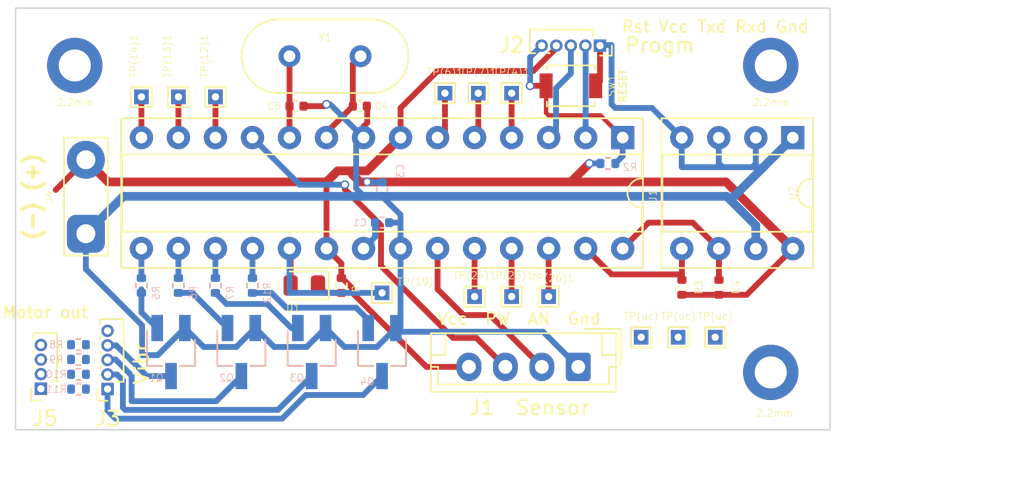
<source format=kicad_pcb>
(kicad_pcb (version 20211014) (generator pcbnew)
  (title_block (date "sam. 04 avril 2015"))
  (layers (0 "F.Cu" signal) (31 "B.Cu" signal) (34 "B.Paste" user) (35 "F.Paste" user) (36 "B.SilkS" user "B.Silkscreen") (37 "F.SilkS" user "F.Silkscreen") (38 "B.Mask" user) (39 "F.Mask" user) (44 "Edge.Cuts" user))
  (net 0 "")
  (net 1 "GND")
  (net 2 "VCC")
  (net 3 "RESET")
  (net 4 "RXD")
  (net 5 "Net-(C4-Pad1)")
  (net 6 "Net-(C5-Pad1)")
  (net 7 "Net-(D1-Pad1)")
  (net 8 "Net-(C1-Pad1)")
  (net 9 "SDA")
  (net 10 "SCL")
  (net 11 "Net-(D1-Pad2)")
  (net 12 "PW")
  (net 13 "AN")
  (net 14 "TXD")
  (net 15 "PWM1")
  (net 16 "Net-(Q1-Pad1)")
  (net 17 "PWM2")
  (net 18 "Net-(Q2-Pad1)")
  (net 19 "PWM0")
  (net 20 "Net-(Q3-Pad1)")
  (net 21 "M3")
  (net 22 "M2")
  (net 23 "M1")
  (net 24 "Net-(Q4-Pad1)")
  (net 25 "M0")
  (net 26 "PWM3")
  (net 27 "Net-(TP(4)1-Pad1)")
  (net 28 "Net-(TP(6)1-Pad1)")
  (net 29 "Net-(TP(7)1-Pad1)")
  (net 30 "Net-(TP(24)1-Pad1)")
  (net 31 "Net-(TP(25)1-Pad1)")
  (net 32 "Net-(TP(26)1-Pad1)")
  (net 33 "Net-(TP(12)1-Pad1)")
  (net 34 "Net-(TP(13)1-Pad1)")
  (net 35 "Net-(TP(14)1-Pad1)")
  (net 36 "Mt3+")
  (net 37 "Mt2+")
  (net 38 "Mt1+")
  (net 39 "Mt0+")
  (footprint "TestPoint:TestPoint_THTPad_1.0x1.0mm_Drill0.5mm" (layer "F.Cu") (at 113.97 106.096)
    (fp_text reference "TP(14)1" (at -0.508 -2.794 90) (layer "F.SilkS") (effects (font (size 0.5 0.5) (thickness 0.05))))
    (fp_text value "TP")
    (pad "1" thru_hole rect (at 0 0) (size 1 1) (drill 0.5) (layers *.Cu *.Mask) (net 35 "Net-(TP(14)1-Pad1)"))
  )
  (footprint "Capacitor_SMD:C_0402_1005Metric" (layer "F.Cu") (at 128.956 106.731)
    (fp_text reference "C4" (at 1.496 0) (layer "F.SilkS") (effects (font (size 0.5 0.5) (thickness 0.05))))
    (fp_text value "22pf")
    (pad "1" smd roundrect (at -0.48 0) (size 0.56 0.62) (layers "F.Cu" "F.Paste" "F.Mask") (net 5 "Net-(C4-Pad1)"))
    (pad "2" smd roundrect (at 0.48 0) (size 0.56 0.62) (layers "F.Cu" "F.Paste" "F.Mask") (net 1 "GND"))
  )
  (footprint "MountingHole:MountingHole_2.2mm_M2_DIN965_Pad" (layer "F.Cu") (at 157.15 125.019)
    (fp_text reference "2.2mm" (at 0.254 2.794) (layer "F.SilkS") (effects (font (size 0.5 0.5) (thickness 0.05))))
    (fp_text value "2.2")
    (pad "1" thru_hole circle (at 0 0) (size 3.8 3.8) (drill 2.2) (layers *.Cu *.Mask))
  )
  (footprint "Resistor_SMD:R_0402_1005Metric" (layer "F.Cu") (at 151.054 119.177 -90)
    (fp_text reference "R3" (at 0 -1.17 90) (layer "F.SilkS") (effects (font (size 0.5 0.5) (thickness 0.05))))
    (fp_text value "4.7k")
    (pad "1" smd roundrect (at -0.51 0 270) (size 0.54 0.64) (layers "F.Cu" "F.Paste" "F.Mask") (net 9 "SDA"))
    (pad "2" smd roundrect (at 0.51 0 270) (size 0.54 0.64) (layers "F.Cu" "F.Paste" "F.Mask") (net 2 "VCC"))
  )
  (footprint "TestPoint:TestPoint_THTPad_1.0x1.0mm_Drill0.5mm" (layer "F.Cu") (at 134.798 105.842)
    (fp_text reference "TP(6)1" (at 0 -1.448) (layer "F.SilkS") (effects (font (size 0.5 0.5) (thickness 0.05))))
    (fp_text value "TP")
    (pad "1" thru_hole rect (at 0 0) (size 1 1) (drill 0.5) (layers *.Cu *.Mask) (net 28 "Net-(TP(6)1-Pad1)"))
  )
  (footprint "TestPoint:TestPoint_THTPad_1.0x1.0mm_Drill0.5mm" (layer "F.Cu") (at 141.91 119.812)
    (fp_text reference "TP(26)1" (at 0.254 -1.27) (layer "F.SilkS") (effects (font (size 0.5 0.5) (thickness 0.05))))
    (fp_text value "TP")
    (pad "1" thru_hole rect (at 0 0) (size 1 1) (drill 0.5) (layers *.Cu *.Mask) (net 32 "Net-(TP(26)1-Pad1)"))
  )
  (footprint "Connector_PinSocket_1.00mm:PinSocket_1x04_P1.00mm_Vertical" (layer "F.Cu") (at 107.076 126.138 180)
    (fp_text reference "J5" (at -0.29 -2.027 180) (layer "F.SilkS"))
    (fp_text value "Motor out" (at -0.29 5.25 180) (layer "F.SilkS") (effects (font (size 0.8 0.8))))
    (pad "1" thru_hole rect (at 0 0 180) (size 0.85 0.85) (drill 0.5) (layers *.Cu *.Mask) (net 36 "Mt3+"))
    (pad "2" thru_hole oval (at 0 1 180) (size 0.85 0.85) (drill 0.5) (layers *.Cu *.Mask) (net 37 "Mt2+"))
    (pad "3" thru_hole oval (at 0 2 180) (size 0.85 0.85) (drill 0.5) (layers *.Cu *.Mask) (net 38 "Mt1+"))
    (pad "4" thru_hole oval (at 0 3 180) (size 0.85 0.85) (drill 0.5) (layers *.Cu *.Mask) (net 39 "Mt0+"))
  )
  (footprint "Package_DIP:DIP-8_W7.62mm_Socket" (layer "F.Cu") (at 158.664 108.9 -90)
    (fp_text reference "U2" (at 3.81 -0.01 90) (layer "F.SilkS") (effects (font (size 0.5 0.5) (thickness 0.05))))
    (fp_text value "24LC512")
    (pad "1" thru_hole rect (at 0 0 270) (size 1.6 1.6) (drill 0.8) (layers *.Cu *.Mask) (net 1 "GND"))
    (pad "2" thru_hole oval (at 0 2.54 270) (size 1.6 1.6) (drill 0.8) (layers *.Cu *.Mask) (net 1 "GND"))
    (pad "3" thru_hole oval (at 0 5.08 270) (size 1.6 1.6) (drill 0.8) (layers *.Cu *.Mask) (net 1 "GND"))
    (pad "4" thru_hole oval (at 0 7.62 270) (size 1.6 1.6) (drill 0.8) (layers *.Cu *.Mask) (net 1 "GND"))
    (pad "5" thru_hole oval (at 7.62 7.62 270) (size 1.6 1.6) (drill 0.8) (layers *.Cu *.Mask) (net 9 "SDA"))
    (pad "6" thru_hole oval (at 7.62 5.08 270) (size 1.6 1.6) (drill 0.8) (layers *.Cu *.Mask) (net 10 "SCL"))
    (pad "7" thru_hole oval (at 7.62 2.54 270) (size 1.6 1.6) (drill 0.8) (layers *.Cu *.Mask) (net 1 "GND"))
    (pad "8" thru_hole oval (at 7.62 0 270) (size 1.6 1.6) (drill 0.8) (layers *.Cu *.Mask) (net 2 "VCC"))
  )
  (footprint "Capacitor_SMD:C_0402_1005Metric" (layer "F.Cu") (at 124.61 106.731)
    (fp_text reference "C5" (at -1.524 0) (layer "F.SilkS") (effects (font (size 0.5 0.5) (thickness 0.05))))
    (fp_text value "22pf")
    (pad "1" smd roundrect (at -0.48 0) (size 0.56 0.62) (layers "F.Cu" "F.Paste" "F.Mask") (net 6 "Net-(C5-Pad1)"))
    (pad "2" smd roundrect (at 0.48 0) (size 0.56 0.62) (layers "F.Cu" "F.Paste" "F.Mask") (net 1 "GND"))
  )
  (footprint "MountingHole:MountingHole_2.2mm_M2_DIN965_Pad" (layer "F.Cu") (at 157.15 103.937)
    (fp_text reference "2.2mm" (at 0 2.54) (layer "F.SilkS") (effects (font (size 0.5 0.5) (thickness 0.05))))
    (fp_text value "2.2")
    (pad "1" thru_hole circle (at 0 0) (size 3.8 3.8) (drill 2.2) (layers *.Cu *.Mask))
  )
  (footprint "Connector_PinSocket_1.00mm:PinSocket_1x05_P1.00mm_Vertical" (layer "F.Cu") (at 111.648 126.162 180)
    (fp_text reference "J3" (at -0.036 -2.032) (layer "F.SilkS"))
    (fp_text value "Vibr" (at -2.322 1.746 90) (layer "F.SilkS"))
    (pad "1" thru_hole rect (at 0 0 180) (size 0.85 0.85) (drill 0.5) (layers *.Cu *.Mask) (net 21 "M3"))
    (pad "2" thru_hole oval (at 0 1 180) (size 0.85 0.85) (drill 0.5) (layers *.Cu *.Mask) (net 22 "M2"))
    (pad "3" thru_hole oval (at 0 2 180) (size 0.85 0.85) (drill 0.5) (layers *.Cu *.Mask) (net 23 "M1"))
    (pad "4" thru_hole oval (at 0 3 180) (size 0.85 0.85) (drill 0.5) (layers *.Cu *.Mask) (net 25 "M0"))
    (pad "5" thru_hole oval (at 0 4 180) (size 0.85 0.85) (drill 0.5) (layers *.Cu *.Mask) (net 2 "VCC"))
  )
  (footprint "TestPoint:TestPoint_THTPad_1.0x1.0mm_Drill0.5mm" (layer "F.Cu") (at 148.26 122.606)
    (fp_text reference "TP(uc)" (at 0 -1.448) (layer "F.SilkS") (effects (font (size 0.5 0.5) (thickness 0.05))))
    (fp_text value "TP")
    (pad "1" thru_hole rect (at 0 0) (size 1 1) (drill 0.5) (layers *.Cu *.Mask))
  )
  (footprint "Connector_JST:JST_EH_B4B-EH-A_1x04_P2.50mm_Vertical" (layer "F.Cu") (at 143.942 124.638 180)
    (fp_text reference "J1" (at 6.604 -2.794 180) (layer "F.SilkS"))
    (fp_text value "Sensor" (at 1.778 -2.794 180) (layer "F.SilkS"))
    (pad "1" thru_hole roundrect (at 0 0 180) (size 1.7 1.95) (drill 0.95) (layers *.Cu *.Mask) (roundrect_rratio 0.1470588235) (net 1 "GND"))
    (pad "2" thru_hole oval (at 2.5 0 180) (size 1.7 1.95) (drill 0.95) (layers *.Cu *.Mask) (net 13 "AN"))
    (pad "3" thru_hole oval (at 5 0 180) (size 1.7 1.95) (drill 0.95) (layers *.Cu *.Mask) (net 12 "PW"))
    (pad "4" thru_hole oval (at 7.5 0 180) (size 1.7 1.95) (drill 0.95) (layers *.Cu *.Mask) (net 2 "VCC"))
  )
  (footprint "Resistor_SMD:R_0402_1005Metric" (layer "F.Cu") (at 127.686 119.05 -90)
    (fp_text reference "R1" (at 0 -1.016 90) (layer "F.SilkS") (effects (font (size 0.5 0.5) (thickness 0.05))))
    (fp_text value "50")
    (pad "1" smd roundrect (at -0.51 0 270) (size 0.54 0.64) (layers "F.Cu" "F.Paste" "F.Mask") (net 2 "VCC"))
    (pad "2" smd roundrect (at 0.51 0 270) (size 0.54 0.64) (layers "F.Cu" "F.Paste" "F.Mask") (net 7 "Net-(D1-Pad1)"))
  )
  (footprint "TestPoint:TestPoint_THTPad_1.0x1.0mm_Drill0.5mm" (layer "F.Cu") (at 150.8 122.606)
    (fp_text reference "TP(uc)" (at 0 -1.448) (layer "F.SilkS") (effects (font (size 0.5 0.5) (thickness 0.05))))
    (fp_text value "TP")
    (pad "1" thru_hole rect (at 0 0) (size 1 1) (drill 0.5) (layers *.Cu *.Mask))
  )
  (footprint "TestPoint:TestPoint_THTPad_1.0x1.0mm_Drill0.5mm" (layer "F.Cu") (at 119.05 106.096 180)
    (fp_text reference "TP(12)1" (at 0.762 2.794 90) (layer "F.SilkS") (effects (font (size 0.5 0.5) (thickness 0.05))))
    (fp_text value "TP")
    (pad "1" thru_hole rect (at 0 0 180) (size 1 1) (drill 0.5) (layers *.Cu *.Mask) (net 33 "Net-(TP(12)1-Pad1)"))
  )
  (footprint "TestPoint:TestPoint_THTPad_1.0x1.0mm_Drill0.5mm" (layer "F.Cu") (at 130.48 119.558)
    (fp_text reference "TP(19)" (at 2.286 -0.762) (layer "F.SilkS") (effects (font (size 0.5 0.5) (thickness 0.05))))
    (fp_text value "TP")
    (pad "1" thru_hole rect (at 0 0) (size 1 1) (drill 0.5) (layers *.Cu *.Mask) (net 11 "Net-(D1-Pad2)"))
  )
  (footprint "Button_Switch_SMD:SW_SPST_B3U-1000P-B" (layer "F.Cu") (at 143.434 105.334)
    (fp_text reference "SW1" (at 2.794 0 90) (layer "F.SilkS") (effects (font (size 0.5 0.5) (thickness 0.05))))
    (fp_text value "RESET" (at 3.556 0 270) (layer "F.SilkS") (effects (font (size 0.5 0.5) (thickness 0.1))))
    (pad "" np_thru_hole circle (at 0 0) (size 0.8 0.8) (drill 0.8) (layers *.Cu *.Mask))
    (pad "1" smd rect (at -1.7 0) (size 0.9 1.7) (layers "F.Cu" "F.Paste" "F.Mask") (net 3 "RESET"))
    (pad "2" smd rect (at 1.7 0) (size 0.9 1.7) (layers "F.Cu" "F.Paste" "F.Mask") (net 1 "GND"))
  )
  (footprint "TestPoint:TestPoint_THTPad_1.0x1.0mm_Drill0.5mm" (layer "F.Cu") (at 139.37 105.842)
    (fp_text reference "TP(4)1" (at 0 -1.448) (layer "F.SilkS") (effects (font (size 0.5 0.5) (thickness 0.05))))
    (fp_text value "TP")
    (pad "1" thru_hole rect (at 0 0) (size 1 1) (drill 0.5) (layers *.Cu *.Mask) (net 27 "Net-(TP(4)1-Pad1)"))
  )
  (footprint "TestPoint:TestPoint_THTPad_1.0x1.0mm_Drill0.5mm" (layer "F.Cu") (at 136.83 119.812)
    (fp_text reference "TP(24)1" (at 0 -1.448) (layer "F.SilkS") (effects (font (size 0.5 0.5) (thickness 0.05))))
    (fp_text value "TP")
    (pad "1" thru_hole rect (at 0 0) (size 1 1) (drill 0.5) (layers *.Cu *.Mask) (net 30 "Net-(TP(24)1-Pad1)"))
  )
  (footprint "TestPoint:TestPoint_THTPad_1.0x1.0mm_Drill0.5mm" (layer "F.Cu") (at 139.37 119.812)
    (fp_text reference "TP(25)1" (at 0 -1.448) (layer "F.SilkS") (effects (font (size 0.5 0.5) (thickness 0.05))))
    (fp_text value "TP")
    (pad "1" thru_hole rect (at 0 0) (size 1 1) (drill 0.5) (layers *.Cu *.Mask) (net 31 "Net-(TP(25)1-Pad1)"))
  )
  (footprint "TestPoint:TestPoint_THTPad_1.0x1.0mm_Drill0.5mm" (layer "F.Cu") (at 153.34 122.606)
    (fp_text reference "TP(uc)" (at 0 -1.448) (layer "F.SilkS") (effects (font (size 0.5 0.5) (thickness 0.05))))
    (fp_text value "TP")
    (pad "1" thru_hole rect (at 0 0) (size 1 1) (drill 0.5) (layers *.Cu *.Mask))
  )
  (footprint "Crystal:Crystal_HC49-4H_Vertical" (layer "F.Cu") (at 124.13 103.302)
    (fp_text reference "Y1" (at 2.44 -1.27) (layer "F.SilkS") (effects (font (size 0.5 0.5) (thickness 0.05))))
    (fp_text value "Crystal")
    (pad "1" thru_hole circle (at 0 0) (size 1.5 1.5) (drill 0.8) (layers *.Cu *.Mask) (net 6 "Net-(C5-Pad1)"))
    (pad "2" thru_hole circle (at 4.88 0) (size 1.5 1.5) (drill 0.8) (layers *.Cu *.Mask) (net 5 "Net-(C4-Pad1)"))
  )
  (footprint "TestPoint:TestPoint_2Pads_Pitch5.08mm_Drill1.3mm" (layer "F.Cu") (at 110.16 115.494 90)
    (fp_text reference "J4" (at 2.54 -2.5 90) (layer "F.SilkS") (effects (font (size 0.5 0.5) (thickness 0.05))))
    (fp_text value "Pow")
    (pad "1" thru_hole roundrect (at 0 0 90) (size 2.6 2.6) (drill 1.3) (layers *.Cu *.Mask) (net 1 "GND"))
    (pad "2" thru_hole circle (at 5.08 0 90) (size 2.6 2.6) (drill 1.3) (layers *.Cu *.Mask) (net 2 "VCC"))
  )
  (footprint "TestPoint:TestPoint_THTPad_1.0x1.0mm_Drill0.5mm" (layer "F.Cu") (at 137.084 105.842)
    (fp_text reference "TP(7)1" (at 0 -1.448) (layer "F.SilkS") (effects (font (size 0.5 0.5) (thickness 0.05))))
    (fp_text value "TP")
    (pad "1" thru_hole rect (at 0 0) (size 1 1) (drill 0.5) (layers *.Cu *.Mask) (net 29 "Net-(TP(7)1-Pad1)"))
  )
  (footprint "MountingHole:MountingHole_2.2mm_M2_DIN965_Pad" (layer "F.Cu") (at 109.398 103.937)
    (fp_text reference "2.2mm" (at 0 2.54) (layer "F.SilkS") (effects (font (size 0.5 0.5) (thickness 0.05))))
    (fp_text value "2.2")
    (pad "1" thru_hole circle (at 0 0) (size 3.8 3.8) (drill 2.2) (layers *.Cu *.Mask))
  )
  (footprint "LED_SMD:LED_0805_2012Metric" (layer "F.Cu") (at 125.146 119.05 180)
    (fp_text reference "D1" (at 0.762 -1.524) (layer "F.SilkS") (effects (font (size 0.5 0.5) (thickness 0.05))))
    (fp_text value "LED")
    (pad "1" smd roundrect (at -0.9375 0 180) (size 0.975 1.4) (layers "F.Cu" "F.Paste" "F.Mask") (net 7 "Net-(D1-Pad1)"))
    (pad "2" smd roundrect (at 0.9375 0 180) (size 0.975 1.4) (layers "F.Cu" "F.Paste" "F.Mask") (net 11 "Net-(D1-Pad2)"))
  )
  (footprint "Resistor_SMD:R_0402_1005Metric" (layer "F.Cu") (at 153.594 119.177 -90)
    (fp_text reference "R4" (at 0 -1.17 90) (layer "F.SilkS") (effects (font (size 0.5 0.5) (thickness 0.05))))
    (fp_text value "4.7k")
    (pad "1" smd roundrect (at -0.51 0 270) (size 0.54 0.64) (layers "F.Cu" "F.Paste" "F.Mask") (net 10 "SCL"))
    (pad "2" smd roundrect (at 0.51 0 270) (size 0.54 0.64) (layers "F.Cu" "F.Paste" "F.Mask") (net 2 "VCC"))
  )
  (footprint "Connector_PinSocket_1.00mm:PinSocket_1x05_P1.00mm_Vertical" (layer "F.Cu") (at 145.434 102.576 -90)
    (fp_text reference "J2" (at -0.036 6.064 180) (layer "F.SilkS"))
    (fp_text value "Progm" (at -0.036 -4.096 180) (layer "F.SilkS"))
    (pad "1" thru_hole rect (at 0 0 270) (size 0.85 0.85) (drill 0.5) (layers *.Cu *.Mask) (net 1 "GND"))
    (pad "2" thru_hole oval (at 0 1 270) (size 0.85 0.85) (drill 0.5) (layers *.Cu *.Mask) (net 4 "RXD"))
    (pad "3" thru_hole oval (at 0 2 270) (size 0.85 0.85) (drill 0.5) (layers *.Cu *.Mask) (net 14 "TXD"))
    (pad "4" thru_hole oval (at 0 3 270) (size 0.85 0.85) (drill 0.5) (layers *.Cu *.Mask) (net 2 "VCC"))
    (pad "5" thru_hole oval (at 0 4 270) (size 0.85 0.85) (drill 0.5) (layers *.Cu *.Mask) (net 3 "RESET"))
  )
  (footprint "Package_DIP:DIP-28_W7.62mm_Socket" (layer "F.Cu") (at 146.99 108.89 -90)
    (fp_text reference "U1" (at 4.064 -2.076 -90) (layer "F.SilkS") (effects (font (size 0.5 0.5) (thickness 0.05))))
    (fp_text value "ATmega328-P")
    (pad "1" thru_hole rect (at 0 0 270) (size 1.6 1.6) (drill 0.8) (layers *.Cu *.Mask) (net 3 "RESET"))
    (pad "2" thru_hole oval (at 0 2.54 270) (size 1.6 1.6) (drill 0.8) (layers *.Cu *.Mask) (net 4 "RXD"))
    (pad "3" thru_hole oval (at 0 5.08 270) (size 1.6 1.6) (drill 0.8) (layers *.Cu *.Mask) (net 14 "TXD"))
    (pad "4" thru_hole oval (at 0 7.62 270) (size 1.6 1.6) (drill 0.8) (layers *.Cu *.Mask) (net 27 "Net-(TP(4)1-Pad1)"))
    (pad "5" thru_hole oval (at 0 10.16 270) (size 1.6 1.6) (drill 0.8) (layers *.Cu *.Mask) (net 29 "Net-(TP(7)1-Pad1)"))
    (pad "6" thru_hole oval (at 0 12.7 270) (size 1.6 1.6) (drill 0.8) (layers *.Cu *.Mask) (net 28 "Net-(TP(6)1-Pad1)"))
    (pad "7" thru_hole oval (at 0 15.24 270) (size 1.6 1.6) (drill 0.8) (layers *.Cu *.Mask) (net 2 "VCC"))
    (pad "8" thru_hole oval (at 0 17.78 270) (size 1.6 1.6) (drill 0.8) (layers *.Cu *.Mask) (net 1 "GND"))
    (pad "9" thru_hole oval (at 0 20.32 270) (size 1.6 1.6) (drill 0.8) (layers *.Cu *.Mask) (net 5 "Net-(C4-Pad1)"))
    (pad "10" thru_hole oval (at 0 22.86 270) (size 1.6 1.6) (drill 0.8) (layers *.Cu *.Mask) (net 6 "Net-(C5-Pad1)"))
    (pad "11" thru_hole oval (at 0 25.4 270) (size 1.6 1.6) (drill 0.8) (layers *.Cu *.Mask) (net 12 "PW"))
    (pad "12" thru_hole oval (at 0 27.94 270) (size 1.6 1.6) (drill 0.8) (layers *.Cu *.Mask) (net 33 "Net-(TP(12)1-Pad1)"))
    (pad "13" thru_hole oval (at 0 30.48 270) (size 1.6 1.6) (drill 0.8) (layers *.Cu *.Mask) (net 34 "Net-(TP(13)1-Pad1)"))
    (pad "14" thru_hole oval (at 0 33.02 270) (size 1.6 1.6) (drill 0.8) (layers *.Cu *.Mask) (net 35 "Net-(TP(14)1-Pad1)"))
    (pad "15" thru_hole oval (at 7.62 33.02 270) (size 1.6 1.6) (drill 0.8) (layers *.Cu *.Mask) (net 19 "PWM0"))
    (pad "16" thru_hole oval (at 7.62 30.48 270) (size 1.6 1.6) (drill 0.8) (layers *.Cu *.Mask) (net 15 "PWM1"))
    (pad "17" thru_hole oval (at 7.62 27.94 270) (size 1.6 1.6) (drill 0.8) (layers *.Cu *.Mask) (net 17 "PWM2"))
    (pad "18" thru_hole oval (at 7.62 25.4 270) (size 1.6 1.6) (drill 0.8) (layers *.Cu *.Mask) (net 26 "PWM3"))
    (pad "19" thru_hole oval (at 7.62 22.86 270) (size 1.6 1.6) (drill 0.8) (layers *.Cu *.Mask) (net 11 "Net-(D1-Pad2)"))
    (pad "20" thru_hole oval (at 7.62 20.32 270) (size 1.6 1.6) (drill 0.8) (layers *.Cu *.Mask) (net 2 "VCC"))
    (pad "21" thru_hole oval (at 7.62 17.78 270) (size 1.6 1.6) (drill 0.8) (layers *.Cu *.Mask) (net 8 "Net-(C1-Pad1)"))
    (pad "22" thru_hole oval (at 7.62 15.24 270) (size 1.6 1.6) (drill 0.8) (layers *.Cu *.Mask) (net 1 "GND"))
    (pad "23" thru_hole oval (at 7.62 12.7 270) (size 1.6 1.6) (drill 0.8) (layers *.Cu *.Mask) (net 13 "AN"))
    (pad "24" thru_hole oval (at 7.62 10.16 270) (size 1.6 1.6) (drill 0.8) (layers *.Cu *.Mask) (net 30 "Net-(TP(24)1-Pad1)"))
    (pad "25" thru_hole oval (at 7.62 7.62 270) (size 1.6 1.6) (drill 0.8) (layers *.Cu *.Mask) (net 31 "Net-(TP(25)1-Pad1)"))
    (pad "26" thru_hole oval (at 7.62 5.08 270) (size 1.6 1.6) (drill 0.8) (layers *.Cu *.Mask) (net 32 "Net-(TP(26)1-Pad1)"))
    (pad "27" thru_hole oval (at 7.62 2.54 270) (size 1.6 1.6) (drill 0.8) (layers *.Cu *.Mask) (net 9 "SDA"))
    (pad "28" thru_hole oval (at 7.62 0 270) (size 1.6 1.6) (drill 0.8) (layers *.Cu *.Mask) (net 10 "SCL"))
  )
  (footprint "TestPoint:TestPoint_THTPad_1.0x1.0mm_Drill0.5mm" (layer "F.Cu") (at 116.51 106.096)
    (fp_text reference "TP(13)1" (at -0.762 -2.794 90) (layer "F.SilkS") (effects (font (size 0.5 0.5) (thickness 0.05))))
    (fp_text value "TP")
    (pad "1" thru_hole rect (at 0 0) (size 1 1) (drill 0.5) (layers *.Cu *.Mask) (net 34 "Net-(TP(13)1-Pad1)"))
  )
  (footprint "Package_TO_SOT_SMD:SC-59_Handsoldering" (layer "B.Cu") (at 130.48 123.622 -90)
    (fp_text reference "Q4" (at 2.032 1.016 180) (layer "B.SilkS") (effects (font (size 0.5 0.5) (thickness 0.05)) (justify mirror)))
    (fp_text value "Q_NPN_BEC")
    (pad "1" smd rect (at -1.65 0.95 270) (size 1.8 0.8) (layers "B.Cu" "B.Paste" "B.Mask") (net 24 "Net-(Q4-Pad1)"))
    (pad "2" smd rect (at -1.65 -0.95 270) (size 1.8 0.8) (layers "B.Cu" "B.Paste" "B.Mask") (net 1 "GND"))
    (pad "3" smd rect (at 1.65 0 270) (size 1.8 0.8) (layers "B.Cu" "B.Paste" "B.Mask") (net 21 "M3"))
  )
  (footprint "Resistor_SMD:R_0402_1005Metric" (layer "B.Cu") (at 109.652 125.148)
    (fp_text reference "R10" (at -1.524 -0.004) (layer "B.SilkS") (effects (font (size 0.5 0.5) (thickness 0.05)) (justify mirror)))
    (fp_text value "33")
    (pad "1" smd roundrect (at -0.51 0) (size 0.54 0.64) (layers "B.Cu" "B.Paste" "B.Mask") (net 37 "Mt2+"))
    (pad "2" smd roundrect (at 0.51 0) (size 0.54 0.64) (layers "B.Cu" "B.Paste" "B.Mask") (net 2 "VCC"))
  )
  (footprint "Resistor_SMD:R_0402_1005Metric" (layer "B.Cu") (at 145.974 110.668)
    (fp_text reference "R2" (at 1.524 0.254) (layer "B.SilkS") (effects (font (size 0.5 0.5) (thickness 0.05)) (justify mirror)))
    (fp_text value "10k")
    (pad "1" smd roundrect (at -0.51 0) (size 0.54 0.64) (layers "B.Cu" "B.Paste" "B.Mask") (net 2 "VCC"))
    (pad "2" smd roundrect (at 0.51 0) (size 0.54 0.64) (layers "B.Cu" "B.Paste" "B.Mask") (net 3 "RESET"))
  )
  (footprint "Resistor_SMD:R_0402_1005Metric" (layer "B.Cu") (at 113.97 119.048 -90)
    (fp_text reference "R5" (at 0.51 -1.016 90) (layer "B.SilkS") (effects (font (size 0.5 0.5) (thickness 0.05)) (justify mirror)))
    (fp_text value "1k")
    (pad "1" smd roundrect (at -0.51 0 270) (size 0.54 0.64) (layers "B.Cu" "B.Paste" "B.Mask") (net 19 "PWM0"))
    (pad "2" smd roundrect (at 0.51 0 270) (size 0.54 0.64) (layers "B.Cu" "B.Paste" "B.Mask") (net 16 "Net-(Q1-Pad1)"))
  )
  (footprint "Resistor_SMD:R_0402_1005Metric" (layer "B.Cu") (at 109.652 126.166)
    (fp_text reference "R11" (at -1.524 -0.004) (layer "B.SilkS") (effects (font (size 0.5 0.5) (thickness 0.05)) (justify mirror)))
    (fp_text value "33")
    (pad "1" smd roundrect (at -0.51 0) (size 0.54 0.64) (layers "B.Cu" "B.Paste" "B.Mask") (net 36 "Mt3+"))
    (pad "2" smd roundrect (at 0.51 0) (size 0.54 0.64) (layers "B.Cu" "B.Paste" "B.Mask") (net 2 "VCC"))
  )
  (footprint "Resistor_SMD:R_0402_1005Metric" (layer "B.Cu") (at 109.652 123.114)
    (fp_text reference "R8" (at -1.524 0) (layer "B.SilkS") (effects (font (size 0.5 0.5) (thickness 0.05)) (justify mirror)))
    (fp_text value "33")
    (pad "1" smd roundrect (at -0.51 0) (size 0.54 0.64) (layers "B.Cu" "B.Paste" "B.Mask") (net 39 "Mt0+"))
    (pad "2" smd roundrect (at 0.51 0) (size 0.54 0.64) (layers "B.Cu" "B.Paste" "B.Mask") (net 2 "VCC"))
  )
  (footprint "Resistor_SMD:R_0402_1005Metric" (layer "B.Cu") (at 119.05 119.048 -90)
    (fp_text reference "R7" (at 0.51 -1.016 90) (layer "B.SilkS") (effects (font (size 0.5 0.5) (thickness 0.05)) (justify mirror)))
    (fp_text value "1k")
    (pad "1" smd roundrect (at -0.51 0 270) (size 0.54 0.64) (layers "B.Cu" "B.Paste" "B.Mask") (net 17 "PWM2"))
    (pad "2" smd roundrect (at 0.51 0 270) (size 0.54 0.64) (layers "B.Cu" "B.Paste" "B.Mask") (net 20 "Net-(Q3-Pad1)"))
  )
  (footprint "Package_TO_SOT_SMD:SC-59_Handsoldering" (layer "B.Cu") (at 125.654 123.622 -90)
    (fp_text reference "Q3" (at 1.778 1.016 180) (layer "B.SilkS") (effects (font (size 0.5 0.5) (thickness 0.05)) (justify mirror)))
    (fp_text value "Q_NPN_BEC")
    (pad "1" smd rect (at -1.65 0.95 270) (size 1.8 0.8) (layers "B.Cu" "B.Paste" "B.Mask") (net 20 "Net-(Q3-Pad1)"))
    (pad "2" smd rect (at -1.65 -0.95 270) (size 1.8 0.8) (layers "B.Cu" "B.Paste" "B.Mask") (net 1 "GND"))
    (pad "3" smd rect (at 1.65 0 270) (size 1.8 0.8) (layers "B.Cu" "B.Paste" "B.Mask") (net 22 "M2"))
  )
  (footprint "Capacitor_SMD:C_0402_1005Metric" (layer "B.Cu") (at 130.48 112.446 -90)
    (fp_text reference "C3" (at -1.27 -1.27 90) (layer "B.SilkS") (effects (font (size 0.5 0.5) (thickness 0.05)) (justify mirror)))
    (fp_text value ".1uf")
    (pad "1" smd roundrect (at -0.48 0 270) (size 0.56 0.62) (layers "B.Cu" "B.Paste" "B.Mask") (net 2 "VCC"))
    (pad "2" smd roundrect (at 0.48 0 270) (size 0.56 0.62) (layers "B.Cu" "B.Paste" "B.Mask") (net 1 "GND"))
  )
  (footprint "Resistor_SMD:R_0402_1005Metric" (layer "B.Cu") (at 121.59 119.05 -90)
    (fp_text reference "R12" (at 0.508 -1.016 90) (layer "B.SilkS") (effects (font (size 0.5 0.5) (thickness 0.05)) (justify mirror)))
    (fp_text value "1k")
    (pad "1" smd roundrect (at -0.51 0 270) (size 0.54 0.64) (layers "B.Cu" "B.Paste" "B.Mask") (net 26 "PWM3"))
    (pad "2" smd roundrect (at 0.51 0 270) (size 0.54 0.64) (layers "B.Cu" "B.Paste" "B.Mask") (net 24 "Net-(Q4-Pad1)"))
  )
  (footprint "Resistor_SMD:R_0402_1005Metric" (layer "B.Cu") (at 109.652 124.13)
    (fp_text reference "R9" (at -1.524 0) (layer "B.SilkS") (effects (font (size 0.5 0.5) (thickness 0.05)) (justify mirror)))
    (fp_text value "33")
    (pad "1" smd roundrect (at -0.51 0) (size 0.54 0.64) (layers "B.Cu" "B.Paste" "B.Mask") (net 38 "Mt1+"))
    (pad "2" smd roundrect (at 0.51 0) (size 0.54 0.64) (layers "B.Cu" "B.Paste" "B.Mask") (net 2 "VCC"))
  )
  (footprint "Capacitor_SMD:C_0402_1005Metric" (layer "B.Cu") (at 130.48 114.732)
    (fp_text reference "C1" (at -1.524 0) (layer "B.SilkS") (effects (font (size 0.5 0.5) (thickness 0.05)) (justify mirror)))
    (fp_text value ".1uf")
    (pad "1" smd roundrect (at -0.48 0) (size 0.56 0.62) (layers "B.Cu" "B.Paste" "B.Mask") (net 8 "Net-(C1-Pad1)"))
    (pad "2" smd roundrect (at 0.48 0) (size 0.56 0.62) (layers "B.Cu" "B.Paste" "B.Mask") (net 1 "GND"))
  )
  (footprint "Package_TO_SOT_SMD:SC-59_Handsoldering" (layer "B.Cu") (at 116.002 123.622 -90)
    (fp_text reference "Q1" (at 1.778 1.016 180) (layer "B.SilkS") (effects (font (size 0.5 0.5) (thickness 0.05)) (justify mirror)))
    (fp_text value "Q_NPN_BEC")
    (pad "1" smd rect (at -1.65 0.95 270) (size 1.8 0.8) (layers "B.Cu" "B.Paste" "B.Mask") (net 16 "Net-(Q1-Pad1)"))
    (pad "2" smd rect (at -1.65 -0.95 270) (size 1.8 0.8) (layers "B.Cu" "B.Paste" "B.Mask") (net 1 "GND"))
    (pad "3" smd rect (at 1.65 0 270) (size 1.8 0.8) (layers "B.Cu" "B.Paste" "B.Mask") (net 25 "M0"))
  )
  (footprint "Package_TO_SOT_SMD:SC-59_Handsoldering" (layer "B.Cu") (at 120.828 123.622 -90)
    (fp_text reference "Q2" (at 1.778 1.016 180) (layer "B.SilkS") (effects (font (size 0.5 0.5) (thickness 0.05)) (justify mirror)))
    (fp_text value "Q_NPN_BEC")
    (pad "1" smd rect (at -1.65 0.95 270) (size 1.8 0.8) (layers "B.Cu" "B.Paste" "B.Mask") (net 18 "Net-(Q2-Pad1)"))
    (pad "2" smd rect (at -1.65 -0.95 270) (size 1.8 0.8) (layers "B.Cu" "B.Paste" "B.Mask") (net 1 "GND"))
    (pad "3" smd rect (at 1.65 0 270) (size 1.8 0.8) (layers "B.Cu" "B.Paste" "B.Mask") (net 23 "M1"))
  )
  (footprint "Resistor_SMD:R_0402_1005Metric" (layer "B.Cu") (at 116.51 119.048 -90)
    (fp_text reference "R6" (at 0.508 -1.016 90) (layer "B.SilkS") (effects (font (size 0.5 0.5) (thickness 0.05)) (justify mirror)))
    (fp_text value "1k")
    (pad "1" smd roundrect (at -0.51 0 270) (size 0.54 0.64) (layers "B.Cu" "B.Paste" "B.Mask") (net 15 "PWM1"))
    (pad "2" smd roundrect (at 0.51 0 270) (size 0.54 0.64) (layers "B.Cu" "B.Paste" "B.Mask") (net 18 "Net-(Q2-Pad1)"))
  )
  (gr_rect (start 104.318 99.492) (end 104.318 99.492) (layer "Edge.Cuts") (width 0.1) (fill none))
  (gr_rect (start 105.334 100) (end 161.214 128.956) (layer "Edge.Cuts") (width 0.1) (fill none))
  (gr_text "Vcc  PW  AN  Gnd" (at 139.878 121.336) (layer "F.SilkS") (effects (font (size 0.8 0.8) (thickness 0.125))))
  (gr_text "(+) (-)\n" (at 106.604 112.954 270) (layer "F.SilkS") (effects (font (size 1 1) (thickness 0.25))))
  (gr_text "Rst Vcc Txd Rxd Gnd" (at 153.34 101.27) (layer "F.SilkS") (effects (font (size 0.8 0.8) (thickness 0.125))))
  (segment (start 125.09 106.731) (end 126.543 106.731) (width 0.4) (layer "F.Cu") (net 1))
  (segment (start 129.464 106.759) (end 129.436 106.731) (width 0.4) (layer "F.Cu") (net 1))
  (segment (start 145.434 105.034) (end 145.434 102.576) (width 0.4) (layer "F.Cu") (net 1))
  (segment (start 145.134 105.334) (end 145.434 105.034) (width 0.4) (layer "F.Cu") (net 1))
  (segment (start 129.464 107.874) (end 129.464 106.759) (width 0.4) (layer "F.Cu") (net 1))
  (segment (start 126.543 106.731) (end 126.67 106.604) (width 0.4) (layer "F.Cu") (net 1))
  (segment (start 129.21 108.128) (end 129.464 107.874) (width 0.4) (layer "F.Cu") (net 1))
  (segment (start 129.21 108.89) (end 129.21 108.128) (width 0.4) (layer "F.Cu") (net 1))
  (via (at 126.67 106.604) (size 0.6) (drill 0.4) (layers "F.Cu" "B.Cu") (net 1))
  (segment (start 145.47 102.54) (end 145.434 102.576) (width 0.4) (layer "B.Cu") (net 1))
  (segment (start 118.252 123.272) (end 120.478 123.272) (width 0.4) (layer "B.Cu") (net 1))
  (segment (start 131.75 116.51) (end 131.75 114.732) (width 0.4) (layer "B.Cu") (net 1))
  (segment (start 129.21 108.89) (end 128.702 109.398) (width 0.4) (layer "B.Cu") (net 1))
  (segment (start 131.75 114.732) (end 131.75 114.196) (width 0.4) (layer "B.Cu") (net 1))
  (segment (start 116.952 121.972) (end 118.252 123.272) (width 0.4) (layer "B.Cu") (net 1))
  (segment (start 128.702 109.398) (end 128.702 112.39) (width 0.4) (layer "B.Cu") (net 1))
  (segment (start 130.13 123.272) (end 131.43 121.972) (width 0.4) (layer "B.Cu") (net 1))
  (segment (start 125.304 123.272) (end 126.604 121.972) (width 0.4) (layer "B.Cu") (net 1))
  (segment (start 112.728 112.926) (end 129.238 112.926) (width 0.6) (layer "B.Cu") (net 1))
  (segment (start 151.044 108.9) (end 149.002 106.858) (width 0.4) (layer "B.Cu") (net 1))
  (segment (start 151.054 110.922) (end 153.848 110.922) (width 0.4) (layer "B.Cu") (net 1))
  (segment (start 130.96 114.732) (end 131.75 114.732) (width 0.4) (layer "B.Cu") (net 1))
  (segment (start 128.702 112.39) (end 129.238 112.926) (width 0.4) (layer "B.Cu") (net 1))
  (segment (start 154.13 112.926) (end 154.638 112.926) (width 0.4) (layer "B.Cu") (net 1))
  (segment (start 153.848 110.922) (end 155.88 110.922) (width 0.4) (layer "B.Cu") (net 1))
  (segment (start 131.75 116.51) (end 131.75 121.906) (width 0.4) (layer "B.Cu") (net 1))
  (segment (start 143.942 124.638) (end 141.53 122.226) (width 0.4) (layer "B.Cu") (net 1))
  (segment (start 141.53 122.226) (end 131.43 122.226) (width 0.4) (layer "B.Cu") (net 1))
  (segment (start 126.924 106.604) (end 129.21 108.89) (width 0.4) (layer "B.Cu") (net 1))
  (segment (start 126.604 121.972) (end 127.904 123.272) (width 0.4) (layer "B.Cu") (net 1))
  (segment (start 156.124 110.678) (end 155.88 110.922) (width 0.4) (layer "B.Cu") (net 1))
  (segment (start 156.124 116.52) (end 156.124 114.92) (width 0.6) (layer "B.Cu") (net 1))
  (segment (start 115.093094 123.830906) (end 114.015094 123.830906) (width 0.4) (layer "B.Cu") (net 1))
  (segment (start 131.75 121.652) (end 131.43 121.972) (width 0.4) (layer "B.Cu") (net 1))
  (segment (start 116.952 121.972) (end 115.093094 123.830906) (width 0.4) (layer "B.Cu") (net 1))
  (segment (start 110.42 115.494) (end 110.16 115.494) (width 0.4) (layer "B.Cu") (net 1))
  (segment (start 146.228 102.54) (end 145.47 102.54) (width 0.4) (layer "B.Cu") (net 1))
  (segment (start 146.482 106.858) (end 146.228 106.604) (width 0.4) (layer "B.Cu") (net 1))
  (segment (start 123.078 123.272) (end 125.304 123.272) (width 0.4) (layer "B.Cu") (net 1))
  (segment (start 129.238 112.926) (end 130.48 112.926) (width 0.6) (layer "B.Cu") (net 1))
  (segment (start 120.478 123.272) (end 121.778 121.972) (width 0.4) (layer "B.Cu") (net 1))
  (segment (start 154.638 112.926) (end 156.642 110.922) (width 0.6) (layer "B.Cu") (net 1))
  (segment (start 146.228 106.604) (end 146.228 102.54) (width 0.4) (layer "B.Cu") (net 1))
  (segment (start 151.044 108.9) (end 151.044 110.912) (width 0.4) (layer "B.Cu") (net 1))
  (segment (start 130.48 112.926) (end 154.13 112.926) (width 0.6) (layer "B.Cu") (net 1))
  (segment (start 110.16 117.928528) (end 114.015094 121.783622) (width 0.4) (layer "B.Cu") (net 1))
  (segment (start 156.124 108.9) (end 156.124 110.678) (width 0.4) (layer "B.Cu") (net 1))
  (segment (start 110.16 115.494) (end 110.16 117.928528) (width 0.4) (layer "B.Cu") (net 1))
  (segment (start 121.778 121.972) (end 123.078 123.272) (width 0.4) (layer "B.Cu") (net 1))
  (segment (start 156.642 110.922) (end 158.664 108.9) (width 0.6) (layer "B.Cu") (net 1))
  (segment (start 110.16 115.494) (end 112.728 112.926) (width 0.6) (layer "B.Cu") (net 1))
  (segment (start 126.67 106.604) (end 126.924 106.604) (width 0.4) (layer "B.Cu") (net 1))
  (segment (start 155.88 110.922) (end 156.642 110.922) (width 0.4) (layer "B.Cu") (net 1))
  (segment (start 156.124 114.92) (end 154.13 112.926) (width 0.6) (layer "B.Cu") (net 1))
  (segment (start 153.584 110.658) (end 153.848 110.922) (width 0.4) (layer "B.Cu") (net 1))
  (segment (start 131.75 114.196) (end 130.48 112.926) (width 0.4) (layer "B.Cu") (net 1))
  (segment (start 127.904 123.272) (end 130.13 123.272) (width 0.4) (layer "B.Cu") (net 1))
  (segment (start 151.044 110.912) (end 151.054 110.922) (width 0.4) (layer "B.Cu") (net 1))
  (segment (start 153.584 108.9) (end 153.584 110.658) (width 0.4) (layer "B.Cu") (net 1))
  (segment (start 149.002 106.858) (end 146.482 106.858) (width 0.4) (layer "B.Cu") (net 1))
  (segment (start 114.015094 123.830906) (end 114.015094 121.783622) (width 0.4) (layer "B.Cu") (net 1))
  (segment (start 128.448 111.176) (end 129.464 111.176) (width 0.6) (layer "F.Cu") (net 2))
  (segment (start 129.464 111.176) (end 131.75 108.89) (width 0.6) (layer "F.Cu") (net 2))
  (segment (start 131.75 106.858) (end 131.75 108.89) (width 0.4) (layer "F.Cu") (net 2))
  (segment (start 134.29 104.318) (end 131.75 106.858) (width 0.4) (layer "F.Cu") (net 2))
  (segment (start 142.434 102.742727) (end 140.858727 104.318) (width 0.4) (layer "F.Cu") (net 2))
  (segment (start 126.67 116.51) (end 126.67 111.938) (width 0.4) (layer "F.Cu") (net 2))
  (segment (start 127.742604 118.54) (end 128.406 119.203396) (width 0.4) (layer "F.Cu") (net 2))
  (segment (start 144.704 110.668) (end 143.434 111.938) (width 0.6) (layer "F.Cu") (net 2))
  (segment (start 143.434 111.938) (end 129.718 111.938) (width 0.6) (layer "F.Cu") (net 2))
  (segment (start 128.448 111.43) (end 128.448 111.176) (width 0.6) (layer "F.Cu") (net 2))
  (segment (start 158.664 116.52) (end 155.497 119.687) (width 0.4) (layer "F.Cu") (net 2))
  (segment (start 128.956 111.938) (end 128.448 111.43) (width 0.6) (layer "F.Cu") (net 2))
  (segment (start 127.686 117.526) (end 127.686 118.54) (width 0.4) (layer "F.Cu") (net 2))
  (segment (start 128.406 119.203396) (end 128.406 119.516) (width 0.4) (layer "F.Cu") (net 2))
  (segment (start 155.497 119.687) (end 153.594 119.687) (width 0.4) (layer "F.Cu") (net 2))
  (segment (start 111.684 111.938) (end 126.67 111.938) (width 0.6) (layer "F.Cu") (net 2))
  (segment (start 127.432 111.176) (end 128.448 111.176) (width 0.6) (layer "F.Cu") (net 2))
  (segment (start 133.528 124.638) (end 136.442 124.638) (width 0.4) (layer "F.Cu") (net 2))
  (segment (start 140.858727 104.318) (end 134.29 104.318) (width 0.4) (layer "F.Cu") (net 2))
  (segment (start 151.054 119.687) (end 153.594 119.687) (width 0.4) (layer "F.Cu") (net 2))
  (segment (start 129.718 111.938) (end 128.956 111.938) (width 0.6) (layer "F.Cu") (net 2))
  (segment (start 110.16 110.414) (end 108.092 112.482) (width 0.4) (layer "F.Cu") (net 2))
  (segment (start 154.082 111.938) (end 158.664 116.52) (width 0.6) (layer "F.Cu") (net 2))
  (segment (start 143.434 111.938) (end 154.082 111.938) (width 0.6) (layer "F.Cu") (net 2))
  (segment (start 127.686 118.54) (end 127.742604 118.54) (width 0.4) (layer "F.Cu") (net 2))
  (segment (start 142.434 102.576) (end 142.434 102.742727) (width 0.4) (layer "F.Cu") (net 2))
  (segment (start 127.686 117.526) (end 126.67 116.51) (width 0.4) (layer "F.Cu") (net 2))
  (segment (start 110.16 110.414) (end 111.684 111.938) (width 0.6) (layer "F.Cu") (net 2))
  (segment (start 128.406 119.516) (end 133.528 124.638) (width 0.4) (layer "F.Cu") (net 2))
  (segment (start 126.67 111.938) (end 127.432 111.176) (width 0.6) (layer "F.Cu") (net 2))
  (via (at 144.704 110.668) (size 0.6) (drill 0.4) (layers "F.Cu" "B.Cu") (net 2))
  (via (at 129.464 111.938) (size 0.6) (drill 0.4) (layers "F.Cu" "B.Cu") (net 2))
  (segment (start 129.746 111.966) (end 130.48 111.966) (width 0.4) (layer "B.Cu") (net 2))
  (segment (start 129.718 111.938) (end 129.746 111.966) (width 0.4) (layer "B.Cu") (net 2))
  (segment (start 145.464 110.668) (end 144.704 110.668) (width 0.4) (layer "B.Cu") (net 2))
  (segment (start 146.99 108.89) (end 145.466 107.366) (width 0.3) (layer "F.Cu") (net 3))
  (segment (start 141.734 107.19) (end 141.734 105.334) (width 0.3) (layer "F.Cu") (net 3))
  (segment (start 145.466 107.366) (end 141.91 107.366) (width 0.3) (layer "F.Cu") (net 3))
  (segment (start 141.734 105.334) (end 140.64 105.334) (width 0.4) (layer "F.Cu") (net 3))
  (segment (start 141.91 107.366) (end 141.734 107.19) (width 0.3) (layer "F.Cu") (net 3))
  (via (at 140.64 105.334) (size 0.6) (drill 0.4) (layers "F.Cu" "B.Cu") (net 3))
  (segment (start 146.99 110.162) (end 146.484 110.668) (width 0.4) (layer "B.Cu") (net 3))
  (segment (start 140.64 103.37) (end 141.434 102.576) (width 0.4) (layer "B.Cu") (net 3))
  (segment (start 140.64 105.334) (end 140.64 103.37) (width 0.4) (layer "B.Cu") (net 3))
  (segment (start 146.99 108.89) (end 146.99 110.162) (width 0.4) (layer "B.Cu") (net 3))
  (segment (start 144.45 102.592) (end 144.434 102.576) (width 0.4) (layer "B.Cu") (net 4))
  (segment (start 144.45 108.89) (end 144.45 102.592) (width 0.4) (layer "B.Cu") (net 4))
  (segment (start 128.476 106.731) (end 128.476 103.836) (width 0.4) (layer "F.Cu") (net 5))
  (segment (start 126.67 108.537) (end 128.476 106.731) (width 0.4) (layer "F.Cu") (net 5))
  (segment (start 128.476 103.836) (end 129.01 103.302) (width 0.4) (layer "F.Cu") (net 5))
  (segment (start 126.67 108.89) (end 126.67 108.537) (width 0.4) (layer "F.Cu") (net 5))
  (segment (start 124.13 106.731) (end 124.13 103.302) (width 0.4) (layer "F.Cu") (net 6))
  (segment (start 124.13 108.89) (end 124.13 106.731) (width 0.4) (layer "F.Cu") (net 6))
  (segment (start 126.5935 119.56) (end 126.0835 119.05) (width 0.4) (layer "F.Cu") (net 7))
  (segment (start 127.686 119.56) (end 126.5935 119.56) (width 0.4) (layer "F.Cu") (net 7))
  (segment (start 130 114.732) (end 130 115.72) (width 0.4) (layer "B.Cu") (net 8))
  (segment (start 130 115.72) (end 129.21 116.51) (width 0.4) (layer "B.Cu") (net 8))
  (segment (start 144.45 116.51) (end 146.228 118.288) (width 0.4) (layer "F.Cu") (net 9))
  (segment (start 146.228 118.288) (end 151.054 118.288) (width 0.4) (layer "F.Cu") (net 9))
  (segment (start 151.054 118.667) (end 151.054 118.288) (width 0.4) (layer "F.Cu") (net 9))
  (segment (start 151.054 116.53) (end 151.044 116.52) (width 0.4) (layer "F.Cu") (net 9))
  (segment (start 151.054 118.288) (end 151.054 116.53) (width 0.4) (layer "F.Cu") (net 9))
  (segment (start 153.594 118.667) (end 153.594 116.53) (width 0.4) (layer "F.Cu") (net 10))
  (segment (start 151.796 114.732) (end 148.768 114.732) (width 0.4) (layer "F.Cu") (net 10))
  (segment (start 148.768 114.732) (end 146.99 116.51) (width 0.4) (layer "F.Cu") (net 10))
  (segment (start 153.584 116.52) (end 151.796 114.732) (width 0.4) (layer "F.Cu") (net 10))
  (segment (start 153.594 116.53) (end 153.584 116.52) (width 0.4) (layer "F.Cu") (net 10))
  (segment (start 124.2085 116.5885) (end 124.13 116.51) (width 0.4) (layer "F.Cu") (net 11))
  (segment (start 124.2085 119.304) (end 124.2085 116.5885) (width 0.4) (layer "F.Cu") (net 11))
  (segment (start 124.13 119.558) (end 124.13 116.51) (width 0.4) (layer "B.Cu") (net 11))
  (segment (start 130.48 119.558) (end 124.13 119.558) (width 0.4) (layer "B.Cu") (net 11))
  (segment (start 135.351 122.651) (end 136.955 122.651) (width 0.4) (layer "F.Cu") (net 12))
  (segment (start 127.925039 112.1265) (end 127.925039 112.431039) (width 0.4) (layer "F.Cu") (net 12))
  (segment (start 136.955 122.651) (end 138.942 124.638) (width 0.4) (layer "F.Cu") (net 12))
  (segment (start 130.41 117.71) (end 135.351 122.651) (width 0.4) (layer "F.Cu") (net 12))
  (segment (start 127.925039 112.431039) (end 130.41 114.916) (width 0.4) (layer "F.Cu") (net 12))
  (segment (start 130.41 114.916) (end 130.41 117.71) (width 0.4) (layer "F.Cu") (net 12))
  (via (at 127.925039 112.1265) (size 0.6) (drill 0.4) (layers "F.Cu" "B.Cu") (net 12))
  (segment (start 127.925039 112.1265) (end 124.8265 112.1265) (width 0.4) (layer "B.Cu") (net 12))
  (segment (start 124.8265 112.1265) (end 121.59 108.89) (width 0.4) (layer "B.Cu") (net 12))
  (segment (start 136.068 121.082) (end 134.29 119.304) (width 0.4) (layer "F.Cu") (net 13))
  (segment (start 134.29 119.304) (end 134.29 116.51) (width 0.4) (layer "F.Cu") (net 13))
  (segment (start 137.886 121.082) (end 136.068 121.082) (width 0.4) (layer "F.Cu") (net 13))
  (segment (start 141.442 124.638) (end 137.886 121.082) (width 0.4) (layer "F.Cu") (net 13))
  (segment (start 142.418 108.382) (end 142.418 105.50147) (width 0.4) (layer "B.Cu") (net 14))
  (segment (start 142.418 105.50147) (end 143.434 104.48547) (width 0.4) (layer "B.Cu") (net 14))
  (segment (start 143.434 104.48547) (end 143.434 102.576) (width 0.4) (layer "B.Cu") (net 14))
  (segment (start 142.164 108.636) (end 141.91 108.89) (width 0.4) (layer "B.Cu") (net 14))
  (segment (start 142.164 108.636) (end 142.418 108.382) (width 0.3) (layer "B.Cu") (net 14))
  (segment (start 116.51 116.51) (end 116.51 118.54) (width 0.4) (layer "B.Cu") (net 15))
  (segment (start 113.97 119.306) (end 113.97 120.89) (width 0.4) (layer "B.Cu") (net 16))
  (segment (start 113.97 120.89) (end 115.052 121.972) (width 0.4) (layer "B.Cu") (net 16))
  (segment (start 119.05 116.51) (end 119.05 118.54) (width 0.4) (layer "B.Cu") (net 17))
  (segment (start 117.464 119.558) (end 119.878 121.972) (width 0.4) (layer "B.Cu") (net 18))
  (segment (start 116.51 119.558) (end 117.464 119.558) (width 0.4) (layer "B.Cu") (net 18))
  (segment (start 113.97 116.51) (end 113.97 118.54) (width 0.4) (layer "B.Cu") (net 19))
  (segment (start 119.05 119.558) (end 119.812 120.32) (width 0.4) (layer "B.Cu") (net 20))
  (segment (start 119.812 120.32) (end 122.606 120.32) (width 0.4) (layer "B.Cu") (net 20))
  (segment (start 124.258 121.972) (end 124.704 121.972) (width 0.4) (layer "B.Cu") (net 20))
  (segment (start 122.606 120.32) (end 124.258 121.972) (width 0.4) (layer "B.Cu") (net 20))
  (segment (start 111.648 127.65) (end 111.648 126.162) (width 0.4) (layer "B.Cu") (net 21))
  (segment (start 125.244 126.572) (end 123.622 128.194) (width 0.4) (layer "B.Cu") (net 21))
  (segment (start 129.18 126.572) (end 125.244 126.572) (width 0.4) (layer "B.Cu") (net 21))
  (segment (start 130.48 125.272) (end 129.18 126.572) (width 0.4) (layer "B.Cu") (net 21))
  (segment (start 123.622 128.194) (end 112.192 128.194) (width 0.4) (layer "B.Cu") (net 21))
  (segment (start 112.192 128.194) (end 111.648 127.65) (width 0.4) (layer "B.Cu") (net 21))
  (segment (start 112.7 127.432) (end 112.7 125.564) (width 0.4) (layer "B.Cu") (net 22))
  (segment (start 112.862 127.594) (end 112.7 127.432) (width 0.4) (layer "B.Cu") (net 22))
  (segment (start 111.569 125.337) (end 111.394 125.162) (width 0.4) (layer "B.Cu") (net 22))
  (segment (start 112.7 125.564) (end 112.298 125.162) (width 0.4) (layer "B.Cu") (net 22))
  (segment (start 125.654 125.272) (end 123.332 127.594) (width 0.4) (layer "B.Cu") (net 22))
  (segment (start 112.298 125.162) (end 111.648 125.162) (width 0.4) (layer "B.Cu") (net 22))
  (segment (start 123.332 127.594) (end 112.862 127.594) (width 0.4) (layer "B.Cu") (net 22))
  (segment (start 111.68 124.13) (end 111.648 124.162) (width 0.4) (layer "B.Cu") (net 23))
  (segment (start 120.828 125.272) (end 119.106 126.994) (width 0.4) (layer "B.Cu") (net 23))
  (segment (start 112.192 124.13) (end 111.68 124.13) (width 0.4) (layer "B.Cu") (net 23))
  (segment (start 119.106 126.994) (end 113.3 126.994) (width 0.4) (layer "B.Cu") (net 23))
  (segment (start 113.3 126.994) (end 113.3 125.238) (width 0.4) (layer "B.Cu") (net 23))
  (segment (start 113.3 125.238) (end 112.192 124.13) (width 0.4) (layer "B.Cu") (net 23))
  (segment (start 128.702 120.574) (end 129.53 121.402) (width 0.4) (layer "B.Cu") (net 24))
  (segment (start 122.888528 119.558) (end 123.904528 120.574) (width 0.4) (layer "B.Cu") (net 24))
  (segment (start 121.59 119.56) (end 122.888528 119.56) (width 0.4) (layer "B.Cu") (net 24))
  (segment (start 123.904528 120.574) (end 128.702 120.574) (width 0.4) (layer "B.Cu") (net 24))
  (segment (start 129.53 121.402) (end 129.53 121.972) (width 0.4) (layer "B.Cu") (net 24))
  (segment (start 114.35 125.272) (end 112.24 123.162) (width 0.4) (layer "B.Cu") (net 25))
  (segment (start 112.24 123.162) (end 111.648 123.162) (width 0.4) (layer "B.Cu") (net 25))
  (segment (start 116.002 125.272) (end 114.35 125.272) (width 0.4) (layer "B.Cu") (net 25))
  (segment (start 121.59 116.51) (end 121.59 118.542) (width 0.4) (layer "B.Cu") (net 26))
  (segment (start 139.37 105.842) (end 139.37 108.89) (width 0.4) (layer "F.Cu") (net 27))
  (segment (start 134.798 108.382) (end 134.29 108.89) (width 0.4) (layer "F.Cu") (net 28))
  (segment (start 134.798 105.842) (end 134.798 108.382) (width 0.4) (layer "F.Cu") (net 28))
  (segment (start 137.084 105.842) (end 137.084 108.636) (width 0.4) (layer "F.Cu") (net 29))
  (segment (start 137.084 108.636) (end 136.83 108.89) (width 0.4) (layer "F.Cu") (net 29))
  (segment (start 136.83 119.812) (end 136.83 116.51) (width 0.4) (layer "F.Cu") (net 30))
  (segment (start 139.37 119.812) (end 139.37 116.51) (width 0.4) (layer "F.Cu") (net 31))
  (segment (start 141.91 119.812) (end 141.91 116.51) (width 0.4) (layer "F.Cu") (net 32))
  (segment (start 119.05 106.096) (end 119.05 108.89) (width 0.4) (layer "F.Cu") (net 33))
  (segment (start 116.51 106.096) (end 116.51 108.89) (width 0.4) (layer "F.Cu") (net 34))
  (segment (start 113.97 106.096) (end 113.97 108.89) (width 0.4) (layer "F.Cu") (net 35))
)
</source>
